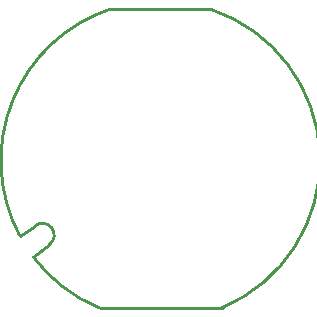
<source format=gko>
G04 Layer: BoardOutlineLayer*
G04 EasyEDA v6.5.15, 2022-10-03 21:12:50*
G04 fb6dd305ba754b819a97ba8624fd114e,51c7c353d140458ba7ebdfa259124d39,10*
G04 Gerber Generator version 0.2*
G04 Scale: 100 percent, Rotated: No, Reflected: No *
G04 Dimensions in millimeters *
G04 leading zeros omitted , absolute positions ,4 integer and 5 decimal *
%FSLAX45Y45*%
%MOMM*%

%ADD10C,0.2540*%
D10*
X-937260Y-708660D02*
G01*
X-1077008Y-816079D01*
X-1064260Y-553720D02*
G01*
X-1191260Y-637539D01*
X-424997Y1282697D02*
G01*
X425000Y1282697D01*
X-512163Y-1244597D02*
G01*
X527834Y-1244597D01*
G75*
G01*
X520588Y-1245586D02*
G03*
X424599Y1281488I-520584J1245586D01*
G75*
G01*
X-1077008Y-816079D02*
G03*
X-519720Y-1247325I1077006J816080D01*
G75*
G01*
X-941883Y-711378D02*
G03*
X-1064227Y-553352I-58122J81374D01*
G75*
G01*
X-424998Y1282697D02*
G03*
X-1193000Y-634576I424999J-1282697D01*

%LPD*%
M02*

</source>
